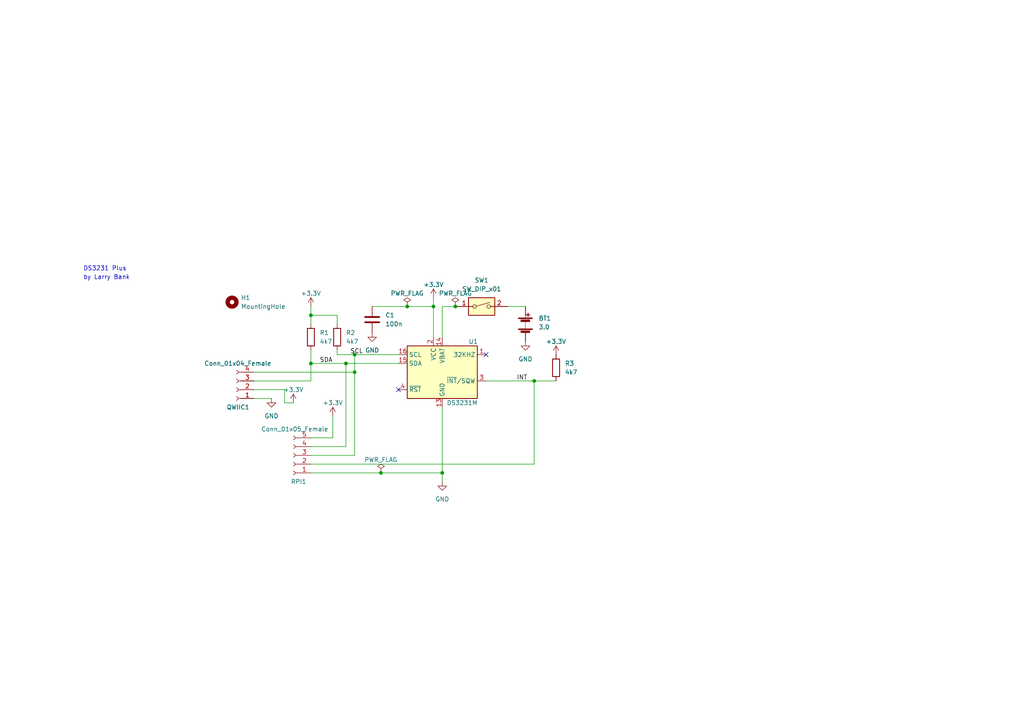
<source format=kicad_sch>
(kicad_sch (version 20230121) (generator eeschema)
  (paper "A4")
  (title_block (title "DS3231_PI_Plus") (date "2023-01-02") (rev "1.0") (company "BitBank Software, Inc.") (comment 1 "An improved DS3231 breakout for RPI and Arduino"))
  (lib_symbols
    (symbol "Connector:Conn_01x04_Female" (pin_names (offset 1.016) hide)
      (property "Reference" "J" (at 0 5.08 0))
      (property "Value" "Conn_01x04_Female" (at 0 -7.62 0))
      (symbol "Conn_01x04_Female_1_1"
        (arc (start 0 -4.572) (mid -0.5058 -5.08) (end 0 -5.588) (stroke (width 0.1524)))
        (arc (start 0 -2.032) (mid -0.5058 -2.54) (end 0 -3.048) (stroke (width 0.1524)))
        (polyline (pts (xy -1.27 -5.08) (xy -0.508 -5.08)) (stroke (width 0.1524)))
        (polyline (pts (xy -1.27 -2.54) (xy -0.508 -2.54)) (stroke (width 0.1524)))
        (polyline (pts (xy -1.27 0) (xy -0.508 0)) (stroke (width 0.1524)))
        (polyline (pts (xy -1.27 2.54) (xy -0.508 2.54)) (stroke (width 0.1524)))
        (arc (start 0 0.508) (mid -0.5058 0) (end 0 -0.508) (stroke (width 0.1524)))
        (arc (start 0 3.048) (mid -0.5058 2.54) (end 0 2.032) (stroke (width 0.1524)))
        (pin passive line (at -5.08 2.54 0) (length 3.81) (name "Pin_1") (number "1"))
        (pin passive line (at -5.08 0 0) (length 3.81) (name "Pin_2") (number "2"))
        (pin passive line (at -5.08 -2.54 0) (length 3.81) (name "Pin_3") (number "3"))
        (pin passive line (at -5.08 -5.08 0) (length 3.81) (name "Pin_4") (number "4"))
      )
    )
    (symbol "Connector:Conn_01x05_Female" (pin_names (offset 1.016) hide)
      (property "Reference" "J" (at 0 7.62 0))
      (property "Value" "Conn_01x05_Female" (at 0 -7.62 0))
      (symbol "Conn_01x05_Female_1_1"
        (arc (start 0 -4.572) (mid -0.5058 -5.08) (end 0 -5.588) (stroke (width 0.1524)))
        (arc (start 0 -2.032) (mid -0.5058 -2.54) (end 0 -3.048) (stroke (width 0.1524)))
        (polyline (pts (xy -1.27 -5.08) (xy -0.508 -5.08)) (stroke (width 0.1524)))
        (polyline (pts (xy -1.27 -2.54) (xy -0.508 -2.54)) (stroke (width 0.1524)))
        (polyline (pts (xy -1.27 0) (xy -0.508 0)) (stroke (width 0.1524)))
        (polyline (pts (xy -1.27 2.54) (xy -0.508 2.54)) (stroke (width 0.1524)))
        (polyline (pts (xy -1.27 5.08) (xy -0.508 5.08)) (stroke (width 0.1524)))
        (arc (start 0 0.508) (mid -0.5058 0) (end 0 -0.508) (stroke (width 0.1524)))
        (arc (start 0 3.048) (mid -0.5058 2.54) (end 0 2.032) (stroke (width 0.1524)))
        (arc (start 0 5.588) (mid -0.5058 5.08) (end 0 4.572) (stroke (width 0.1524)))
        (pin passive line (at -5.08 5.08 0) (length 3.81) (name "Pin_1") (number "1"))
        (pin passive line (at -5.08 2.54 0) (length 3.81) (name "Pin_2") (number "2"))
        (pin passive line (at -5.08 0 0) (length 3.81) (name "Pin_3") (number "3"))
        (pin passive line (at -5.08 -2.54 0) (length 3.81) (name "Pin_4") (number "4"))
        (pin passive line (at -5.08 -5.08 0) (length 3.81) (name "Pin_5") (number "5"))
      )
    )
    (symbol "Device:Battery" (pin_numbers hide) (pin_names (offset 0) hide)
      (property "Reference" "BT" (at 2.54 2.54 0))
      (property "Value" "Battery" (at 2.54 0 0))
      (symbol "Battery_0_1"
        (rectangle (start -2.032 -1.397) (end 2.032 -1.651) (fill (type outline)))
        (rectangle (start -2.032 1.778) (end 2.032 1.524) (fill (type outline)))
        (rectangle (start -1.3208 -1.9812) (end 1.27 -2.4892) (fill (type outline)))
        (rectangle (start -1.3208 1.1938) (end 1.27 0.6858) (fill (type outline)))
        (polyline (pts (xy 0 -1.524) (xy 0 -1.27)))
        (polyline (pts (xy 0 -1.016) (xy 0 -0.762)))
        (polyline (pts (xy 0 -0.508) (xy 0 -0.254)))
        (polyline (pts (xy 0 0) (xy 0 0.254)))
        (polyline (pts (xy 0 0.508) (xy 0 0.762)))
        (polyline (pts (xy 0 1.778) (xy 0 2.54)))
        (polyline (pts (xy 0.254 2.667) (xy 1.27 2.667)) (stroke (width 0.254)))
        (polyline (pts (xy 0.762 3.175) (xy 0.762 2.159)) (stroke (width 0.254)))
      )
      (symbol "Battery_1_1"
        (pin passive line (at 0 5.08 270) (length 2.54) (name "+") (number "1"))
        (pin passive line (at 0 -5.08 90) (length 2.54) (name "-") (number "2"))
      )
    )
    (symbol "Device:C" (pin_numbers hide) (pin_names (offset 0.254))
      (property "Reference" "C" (at 0.635 2.54 0))
      (property "Value" "C" (at 0.635 -2.54 0))
      (symbol "C_0_1"
        (polyline (pts (xy -2.032 -0.762) (xy 2.032 -0.762)) (stroke (width 0.508)))
        (polyline (pts (xy -2.032 0.762) (xy 2.032 0.762)) (stroke (width 0.508)))
      )
      (symbol "C_1_1"
        (pin passive line (at 0 3.81 270) (length 2.794) (name "~") (number "1"))
        (pin passive line (at 0 -3.81 90) (length 2.794) (name "~") (number "2"))
      )
    )
    (symbol "Device:R" (pin_numbers hide) (pin_names (offset 0))
      (property "Reference" "R" (at 2.032 0 90))
      (property "Value" "R" (at 0 0 90))
      (symbol "R_0_1"
        (rectangle (start -1.016 -2.54) (end 1.016 2.54) (stroke (width 0.254)))
      )
      (symbol "R_1_1"
        (pin passive line (at 0 3.81 270) (length 1.27) (name "~") (number "1"))
        (pin passive line (at 0 -3.81 90) (length 1.27) (name "~") (number "2"))
      )
    )
    (symbol "Mechanical:MountingHole" (pin_names (offset 1.016))
      (property "Reference" "H" (at 0 5.08 0))
      (property "Value" "MountingHole" (at 0 3.175 0))
      (symbol "MountingHole_0_1"
        (circle (center 0 0) (radius 1.27) (stroke (width 1.27)))
      )
    )
    (symbol "Switch:SW_DIP_x01" (pin_names (offset 0) hide)
      (property "Reference" "SW" (at 0 3.81 0))
      (property "Value" "SW_DIP_x01" (at 0 -3.81 0))
      (symbol "SW_DIP_x01_0_0"
        (circle (center -2.032 0) (radius 0.508))
        (polyline (pts (xy -1.524 0.127) (xy 2.3622 1.1684)))
        (circle (center 2.032 0) (radius 0.508))
      )
      (symbol "SW_DIP_x01_0_1"
        (rectangle (start -3.81 2.54) (end 3.81 -2.54) (stroke (width 0.254)) (fill (type background)))
      )
      (symbol "SW_DIP_x01_1_1"
        (pin passive line (at -7.62 0 0) (length 5.08) (name "~") (number "1"))
        (pin passive line (at 7.62 0 180) (length 5.08) (name "~") (number "2"))
      )
    )
    (symbol "Timer_RTC:DS3231M"
      (property "Reference" "U" (at -7.62 8.89 0))
      (property "Value" "DS3231M" (at 10.16 8.89 0))
      (symbol "DS3231M_0_1"
        (rectangle (start -10.16 7.62) (end 10.16 -7.62) (stroke (width 0.254)) (fill (type background)))
      )
      (symbol "DS3231M_1_1"
        (pin open_collector line (at 12.7 5.08 180) (length 2.54) (name "32KHZ") (number "1"))
        (pin passive line (at 0 -10.16 90) (length 2.54) hide (name "GND") (number "10"))
        (pin passive line (at 0 -10.16 90) (length 2.54) hide (name "GND") (number "11"))
        (pin passive line (at 0 -10.16 90) (length 2.54) hide (name "GND") (number "12"))
        (pin power_in line (at 0 -10.16 90) (length 2.54) (name "GND") (number "13"))
        (pin power_in line (at 0 10.16 270) (length 2.54) (name "VBAT") (number "14"))
        (pin bidirectional line (at -12.7 2.54 0) (length 2.54) (name "SDA") (number "15"))
        (pin input line (at -12.7 5.08 0) (length 2.54) (name "SCL") (number "16"))
        (pin power_in line (at -2.54 10.16 270) (length 2.54) (name "VCC") (number "2"))
        (pin open_collector line (at 12.7 -2.54 180) (length 2.54) (name "~{INT}/SQW") (number "3"))
        (pin bidirectional line (at -12.7 -5.08 0) (length 2.54) (name "~{RST}") (number "4"))
        (pin passive line (at 0 -10.16 90) (length 2.54) hide (name "GND") (number "5"))
        (pin passive line (at 0 -10.16 90) (length 2.54) hide (name "GND") (number "6"))
        (pin passive line (at 0 -10.16 90) (length 2.54) hide (name "GND") (number "7"))
        (pin passive line (at 0 -10.16 90) (length 2.54) hide (name "GND") (number "8"))
        (pin passive line (at 0 -10.16 90) (length 2.54) hide (name "GND") (number "9"))
      )
    )
    (symbol "power:+3.3V" (power) (pin_names (offset 0))
      (property "Value" "+3.3V" (at 0 3.556 0))
      (symbol "+3.3V_0_1"
        (polyline (pts (xy -0.762 1.27) (xy 0 2.54)))
        (polyline (pts (xy 0 0) (xy 0 2.54)))
        (polyline (pts (xy 0 2.54) (xy 0.762 1.27)))
      )
      (symbol "+3.3V_1_1"
        (pin power_in line (at 0 0 90) (length 0) hide (name "+3.3V") (number "1"))
      )
    )
    (symbol "power:GND" (power) (pin_names (offset 0))
      (property "Value" "GND" (at 0 -3.81 0))
      (symbol "GND_0_1"
        (polyline (pts (xy 0 0) (xy 0 -1.27) (xy 1.27 -1.27) (xy 0 -2.54) (xy -1.27 -1.27) (xy 0 -1.27)))
      )
      (symbol "GND_1_1"
        (pin power_in line (at 0 0 270) (length 0) hide (name "GND") (number "1"))
      )
    )
    (symbol "power:PWR_FLAG" (power) (pin_numbers hide) (pin_names (offset 0) hide)
      (property "Value" "PWR_FLAG" (at 0 3.81 0))
      (symbol "PWR_FLAG_0_0"
        (pin power_out line (at 0 0 90) (length 0) (name "pwr") (number "1"))
      )
      (symbol "PWR_FLAG_0_1"
        (polyline (pts (xy 0 0) (xy 0 1.27) (xy -1.016 1.905) (xy 0 2.54) (xy 1.016 1.905) (xy 0 1.27)))
      )
    )
  )
  (junction (at 128.27 137.16))
  (junction (at 102.87 102.87))
  (junction (at 102.87 107.95))
  (junction (at 90.17 91.44))
  (junction (at 110.49 137.16))
  (junction (at 100.33 105.41))
  (junction (at 125.73 88.9))
  (junction (at 90.17 105.41))
  (junction (at 118.11 88.9))
  (junction (at 132.08 88.9))
  (junction (at 154.94 110.49))
  (no_connect (at 115.57 113.03))
  (no_connect (at 140.97 102.87))
  (wire (pts (xy 128.27 137.16) (xy 128.27 139.7)))
  (wire (pts (xy 128.27 118.11) (xy 128.27 137.16)))
  (wire (pts (xy 82.55 116.84) (xy 85.09 116.84)))
  (wire (pts (xy 90.17 91.44) (xy 97.79 91.44)))
  (wire (pts (xy 100.33 105.41) (xy 100.33 129.54)))
  (wire (pts (xy 154.94 110.49) (xy 161.29 110.49)))
  (wire (pts (xy 102.87 107.95) (xy 102.87 132.08)))
  (wire (pts (xy 107.95 88.9) (xy 118.11 88.9)))
  (wire (pts (xy 115.57 105.41) (xy 100.33 105.41)))
  (wire (pts (xy 128.27 88.9) (xy 128.27 97.79)))
  (wire (pts (xy 110.49 137.16) (xy 128.27 137.16)))
  (wire (pts (xy 90.17 132.08) (xy 102.87 132.08)))
  (wire (pts (xy 90.17 137.16) (xy 110.49 137.16)))
  (wire (pts (xy 125.73 86.36) (xy 125.73 88.9)))
  (wire (pts (xy 140.97 110.49) (xy 154.94 110.49)))
  (wire (pts (xy 73.66 107.95) (xy 102.87 107.95)))
  (wire (pts (xy 90.17 88.9) (xy 90.17 91.44)))
  (wire (pts (xy 96.52 120.65) (xy 96.52 127)))
  (wire (pts (xy 118.11 88.9) (xy 125.73 88.9)))
  (wire (pts (xy 90.17 134.62) (xy 154.94 134.62)))
  (wire (pts (xy 73.66 113.03) (xy 82.55 113.03)))
  (wire (pts (xy 90.17 127) (xy 96.52 127)))
  (wire (pts (xy 102.87 102.87) (xy 97.79 102.87)))
  (wire (pts (xy 90.17 105.41) (xy 90.17 101.6)))
  (wire (pts (xy 97.79 93.98) (xy 97.79 91.44)))
  (wire (pts (xy 90.17 91.44) (xy 90.17 93.98)))
  (wire (pts (xy 90.17 110.49) (xy 90.17 105.41)))
  (wire (pts (xy 73.66 115.57) (xy 78.74 115.57)))
  (wire (pts (xy 100.33 105.41) (xy 90.17 105.41)))
  (wire (pts (xy 128.27 88.9) (xy 132.08 88.9)))
  (wire (pts (xy 73.66 110.49) (xy 90.17 110.49)))
  (wire (pts (xy 147.32 88.9) (xy 152.4 88.9)))
  (wire (pts (xy 90.17 129.54) (xy 100.33 129.54)))
  (wire (pts (xy 125.73 88.9) (xy 125.73 97.79)))
  (wire (pts (xy 102.87 102.87) (xy 115.57 102.87)))
  (wire (pts (xy 97.79 101.6) (xy 97.79 102.87)))
  (wire (pts (xy 102.87 102.87) (xy 102.87 107.95)))
  (wire (pts (xy 82.55 113.03) (xy 82.55 116.84)))
  (wire (pts (xy 154.94 134.62) (xy 154.94 110.49)))
  (text "DS3231 Plus" (at 24.13 78.74 0) (effects (font (size 1.27 1.27)) (justify left bottom)))
  (text "by Larry Bank" (at 24.13 81.28 0) (effects (font (size 1.27 1.27)) (justify left bottom)))
  (label "SDA" (at 92.71 105.41 0))
  (label "SCL" (at 101.6 102.87 0))
  (label "INT" (at 149.86 110.49 0))
  (symbol (lib_id "Mechanical:MountingHole") (at 67.31 87.63 0) (unit 1)
    (property "Reference" "H1" (at 69.85 86.3599 0) (effects (justify left)))
    (property "Value" "MountingHole" (at 69.85 88.8999 0) (effects (justify left)))
    (property "Footprint" "MountingHole:MountingHole_2.1mm" (effects hide))
  )
  (symbol (lib_id "Device:C") (at 107.95 92.71 0) (unit 1)
    (property "Reference" "C1" (at 111.76 91.4399 0) (effects (justify left)))
    (property "Value" "100n" (at 111.76 93.9799 0) (effects (justify left)))
    (property "Footprint" "Capacitor_SMD:C_0603_1608Metric" (effects hide))
  )
  (symbol (lib_id "power:GND") (at 128.27 139.7 0) (unit 1)
    (property "Reference" "#PWR07" (effects hide))
    (property "Value" "GND" (at 128.27 144.78 0))
  )
  (symbol (lib_id "power:+3.3V") (at 96.52 120.65 0) (unit 1)
    (property "Reference" "#PWR04" (effects hide))
    (property "Value" "+3.3V" (at 96.52 116.84 0))
  )
  (symbol (lib_id "Connector:Conn_01x04_Female") (at 68.58 113.03 180) (unit 1)
    (property "Reference" "QWIIC1" (at 72.39 118.11 0) (effects (justify left)))
    (property "Value" "Conn_01x04_Female" (at 78.74 105.41 0) (effects (justify left)))
    (property "Footprint" "Connector_JST:JST_SH_SM04B-SRSS-TB_1x04-1MP_P1.00mm_Horizontal" (effects hide))
  )
  (symbol (lib_id "power:PWR_FLAG") (at 132.08 88.9 0) (unit 1)
    (property "Reference" "#FLG0101" (effects hide))
    (property "Value" "PWR_FLAG" (at 132.08 85.09 0))
  )
  (symbol (lib_id "power:+3.3V") (at 125.73 86.36 0) (unit 1)
    (property "Reference" "#PWR06" (effects hide))
    (property "Value" "+3.3V" (at 125.73 82.55 0))
  )
  (symbol (lib_id "power:+3.3V") (at 85.09 116.84 0) (unit 1)
    (property "Reference" "#PWR02" (effects hide))
    (property "Value" "+3.3V" (at 85.09 113.03 0))
  )
  (symbol (lib_id "power:+3.3V") (at 161.29 102.87 0) (unit 1)
    (property "Reference" "#PWR09" (effects hide))
    (property "Value" "+3.3V" (at 161.29 99.06 0))
  )
  (symbol (lib_id "power:GND") (at 152.4 99.06 0) (unit 1)
    (property "Reference" "#PWR08" (effects hide))
    (property "Value" "GND" (at 152.4 104.14 0))
  )
  (symbol (lib_id "Connector:Conn_01x05_Female") (at 85.09 132.08 180) (unit 1)
    (property "Reference" "RPI1" (at 88.9 139.7 0) (effects (justify left)))
    (property "Value" "Conn_01x05_Female" (at 95.25 124.46 0) (effects (justify left)))
    (property "Footprint" "Connector_PinSocket_2.54mm:PinSocket_1x05_P2.54mm_Vertical" (effects hide))
  )
  (symbol (lib_id "Device:R") (at 97.79 97.79 0) (unit 1)
    (property "Reference" "R2" (at 100.33 96.5199 0) (effects (justify left)))
    (property "Value" "4k7" (at 100.33 99.0599 0) (effects (justify left)))
    (property "Footprint" "Resistor_SMD:R_0603_1608Metric" (effects hide))
  )
  (symbol (lib_id "Device:R") (at 90.17 97.79 0) (unit 1)
    (property "Reference" "R1" (at 92.71 96.5199 0) (effects (justify left)))
    (property "Value" "4k7" (at 92.71 99.0599 0) (effects (justify left)))
    (property "Footprint" "Resistor_SMD:R_0603_1608Metric" (effects hide))
  )
  (symbol (lib_id "power:PWR_FLAG") (at 118.11 88.9 0) (unit 1)
    (property "Reference" "#FLG0102" (effects hide))
    (property "Value" "PWR_FLAG" (at 118.11 85.09 0))
  )
  (symbol (lib_id "Switch:SW_DIP_x01") (at 139.7 88.9 0) (unit 1)
    (property "Reference" "SW1" (at 139.7 81.28 0))
    (property "Value" "SW_DIP_x01" (at 139.7 83.82 0))
    (property "Footprint" "Button_Switch_SMD:SW_DIP_SPSTx01_Slide_Copal_CHS-01B_W7.62mm_P1.27mm" (effects hide))
  )
  (symbol (lib_id "power:PWR_FLAG") (at 110.49 137.16 0) (unit 1)
    (property "Reference" "#FLG0103" (effects hide))
    (property "Value" "PWR_FLAG" (at 110.49 133.35 0))
  )
  (symbol (lib_id "Timer_RTC:DS3231M") (at 128.27 107.95 0) (unit 1)
    (property "Reference" "U1" (at 135.89 99.06 0) (effects (justify left)))
    (property "Value" "DS3231M" (at 129.54 116.84 0) (effects (justify left)))
    (property "Footprint" "Package_SO:SOIC-16W_7.5x10.3mm_P1.27mm" (effects hide))
    (property "Datasheet" "http://datasheets.maximintegrated.com/en/ds/DS3231.pdf" (effects hide))
  )
  (symbol (lib_id "Device:Battery") (at 152.4 93.98 0) (unit 1)
    (property "Reference" "BT1" (at 156.21 92.3289 0) (effects (justify left)))
    (property "Value" "3.0" (at 156.21 94.8689 0) (effects (justify left)))
    (property "Footprint" "Battery:CR44_Tabs" (effects hide))
  )
  (symbol (lib_id "power:GND") (at 107.95 96.52 0) (unit 1)
    (property "Reference" "#PWR05" (effects hide))
    (property "Value" "GND" (at 107.95 101.6 0))
  )
  (symbol (lib_id "power:GND") (at 78.74 115.57 0) (unit 1)
    (property "Reference" "#PWR01" (effects hide))
    (property "Value" "GND" (at 78.74 120.65 0))
  )
  (symbol (lib_id "power:+3.3V") (at 90.17 88.9 0) (unit 1)
    (property "Reference" "#PWR03" (effects hide))
    (property "Value" "+3.3V" (at 90.17 85.09 0))
  )
  (symbol (lib_id "Device:R") (at 161.29 106.68 0) (unit 1)
    (property "Reference" "R3" (at 163.83 105.4099 0) (effects (justify left)))
    (property "Value" "4k7" (at 163.83 107.9499 0) (effects (justify left)))
    (property "Footprint" "Resistor_SMD:R_0603_1608Metric" (effects hide))
  )
)
</source>
